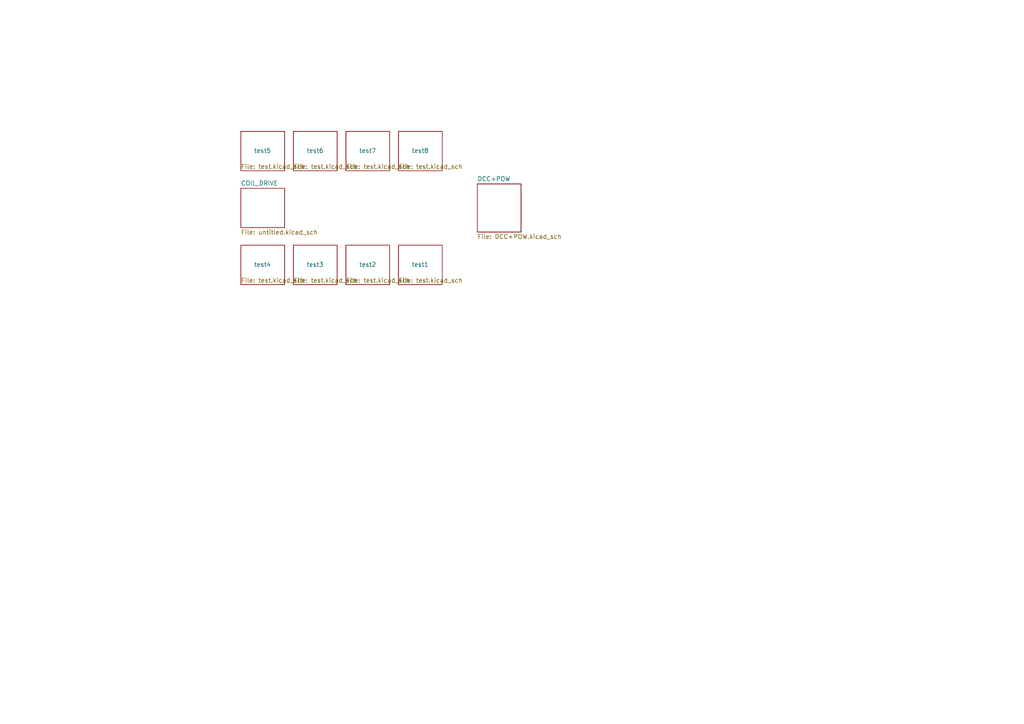
<source format=kicad_sch>
(kicad_sch
	(version 20231120)
	(generator "eeschema")
	(generator_version "8.0")
	(uuid "ca24ce27-0934-4c23-8a2c-87267cf5eb35")
	(paper "A4")
	(lib_symbols)
	(sheet
		(at 69.85 38.1)
		(size 12.7 11.43)
		(stroke
			(width 0.1524)
			(type solid)
		)
		(fill
			(color 0 0 0 0.0000)
		)
		(uuid "4347e54f-3b28-4c0d-ab6c-a6816361d987")
		(property "Sheetname" "test5"
			(at 73.66 44.45 0)
			(effects
				(font
					(size 1.27 1.27)
				)
				(justify left bottom)
			)
		)
		(property "Sheetfile" "test.kicad_sch"
			(at 69.85 47.5746 0)
			(effects
				(font
					(size 1.27 1.27)
				)
				(justify left top)
			)
		)
		(instances
			(project "OSSD_TEST_PCB"
				(path "/ca24ce27-0934-4c23-8a2c-87267cf5eb35"
					(page "6")
				)
			)
		)
	)
	(sheet
		(at 85.09 71.12)
		(size 12.7 11.43)
		(stroke
			(width 0.1524)
			(type solid)
		)
		(fill
			(color 0 0 0 0.0000)
		)
		(uuid "45e7bd94-2331-43d9-b82e-5c0ee70ed2bf")
		(property "Sheetname" "test3"
			(at 88.9 77.47 0)
			(effects
				(font
					(size 1.27 1.27)
				)
				(justify left bottom)
			)
		)
		(property "Sheetfile" "test.kicad_sch"
			(at 85.09 80.5946 0)
			(effects
				(font
					(size 1.27 1.27)
				)
				(justify left top)
			)
		)
		(instances
			(project "OSSD_TEST_PCB"
				(path "/ca24ce27-0934-4c23-8a2c-87267cf5eb35"
					(page "4")
				)
			)
		)
	)
	(sheet
		(at 115.57 38.1)
		(size 12.7 11.43)
		(stroke
			(width 0.1524)
			(type solid)
		)
		(fill
			(color 0 0 0 0.0000)
		)
		(uuid "59847247-728c-4296-839c-e5532d6130c8")
		(property "Sheetname" "test8"
			(at 119.38 44.45 0)
			(effects
				(font
					(size 1.27 1.27)
				)
				(justify left bottom)
			)
		)
		(property "Sheetfile" "test.kicad_sch"
			(at 115.57 47.5746 0)
			(effects
				(font
					(size 1.27 1.27)
				)
				(justify left top)
			)
		)
		(instances
			(project "OSSD_TEST_PCB"
				(path "/ca24ce27-0934-4c23-8a2c-87267cf5eb35"
					(page "9")
				)
			)
		)
	)
	(sheet
		(at 115.57 71.12)
		(size 12.7 11.43)
		(stroke
			(width 0.1524)
			(type solid)
		)
		(fill
			(color 0 0 0 0.0000)
		)
		(uuid "62674635-9d2b-4125-9ccc-e4d3d064c729")
		(property "Sheetname" "test1"
			(at 119.38 77.47 0)
			(effects
				(font
					(size 1.27 1.27)
				)
				(justify left bottom)
			)
		)
		(property "Sheetfile" "test.kicad_sch"
			(at 115.57 80.5946 0)
			(effects
				(font
					(size 1.27 1.27)
				)
				(justify left top)
			)
		)
		(instances
			(project "OSSD_TEST_PCB"
				(path "/ca24ce27-0934-4c23-8a2c-87267cf5eb35"
					(page "2")
				)
			)
		)
	)
	(sheet
		(at 69.85 71.12)
		(size 12.7 11.43)
		(stroke
			(width 0.1524)
			(type solid)
		)
		(fill
			(color 0 0 0 0.0000)
		)
		(uuid "645327e6-0b99-464e-94f4-24eb6443478c")
		(property "Sheetname" "test4"
			(at 73.66 77.47 0)
			(effects
				(font
					(size 1.27 1.27)
				)
				(justify left bottom)
			)
		)
		(property "Sheetfile" "test.kicad_sch"
			(at 69.85 80.5946 0)
			(effects
				(font
					(size 1.27 1.27)
				)
				(justify left top)
			)
		)
		(instances
			(project "OSSD_TEST_PCB"
				(path "/ca24ce27-0934-4c23-8a2c-87267cf5eb35"
					(page "5")
				)
			)
		)
	)
	(sheet
		(at 100.33 71.12)
		(size 12.7 11.43)
		(stroke
			(width 0.1524)
			(type solid)
		)
		(fill
			(color 0 0 0 0.0000)
		)
		(uuid "6c138858-67dd-4bf8-9749-a78af3380257")
		(property "Sheetname" "test2"
			(at 104.14 77.47 0)
			(effects
				(font
					(size 1.27 1.27)
				)
				(justify left bottom)
			)
		)
		(property "Sheetfile" "test.kicad_sch"
			(at 100.33 80.5946 0)
			(effects
				(font
					(size 1.27 1.27)
				)
				(justify left top)
			)
		)
		(instances
			(project "OSSD_TEST_PCB"
				(path "/ca24ce27-0934-4c23-8a2c-87267cf5eb35"
					(page "3")
				)
			)
		)
	)
	(sheet
		(at 138.43 53.34)
		(size 12.7 13.97)
		(fields_autoplaced yes)
		(stroke
			(width 0.1524)
			(type solid)
		)
		(fill
			(color 0 0 0 0.0000)
		)
		(uuid "723822c7-b847-43f9-92b2-97d8980d3def")
		(property "Sheetname" "DCC+POW"
			(at 138.43 52.6284 0)
			(effects
				(font
					(size 1.27 1.27)
				)
				(justify left bottom)
			)
		)
		(property "Sheetfile" "DCC+POW.kicad_sch"
			(at 138.43 67.8946 0)
			(effects
				(font
					(size 1.27 1.27)
				)
				(justify left top)
			)
		)
		(instances
			(project "OSSD_TEST_PCB"
				(path "/ca24ce27-0934-4c23-8a2c-87267cf5eb35"
					(page "10")
				)
			)
		)
	)
	(sheet
		(at 100.33 38.1)
		(size 12.7 11.43)
		(stroke
			(width 0.1524)
			(type solid)
		)
		(fill
			(color 0 0 0 0.0000)
		)
		(uuid "98c7661d-0c7c-458d-9ac3-e56b1cafdaaa")
		(property "Sheetname" "test7"
			(at 104.14 44.45 0)
			(effects
				(font
					(size 1.27 1.27)
				)
				(justify left bottom)
			)
		)
		(property "Sheetfile" "test.kicad_sch"
			(at 100.33 47.5746 0)
			(effects
				(font
					(size 1.27 1.27)
				)
				(justify left top)
			)
		)
		(instances
			(project "OSSD_TEST_PCB"
				(path "/ca24ce27-0934-4c23-8a2c-87267cf5eb35"
					(page "8")
				)
			)
		)
	)
	(sheet
		(at 69.85 54.61)
		(size 12.7 11.43)
		(fields_autoplaced yes)
		(stroke
			(width 0.1524)
			(type solid)
		)
		(fill
			(color 0 0 0 0.0000)
		)
		(uuid "aecec481-4bf5-499b-bc37-d7d960d7eb5f")
		(property "Sheetname" "COIL_DRIVE"
			(at 69.85 53.8984 0)
			(effects
				(font
					(size 1.27 1.27)
				)
				(justify left bottom)
			)
		)
		(property "Sheetfile" "untitled.kicad_sch"
			(at 69.85 66.6246 0)
			(effects
				(font
					(size 1.27 1.27)
				)
				(justify left top)
			)
		)
		(instances
			(project "OSSD_TEST_PCB"
				(path "/ca24ce27-0934-4c23-8a2c-87267cf5eb35"
					(page "11")
				)
			)
		)
	)
	(sheet
		(at 85.09 38.1)
		(size 12.7 11.43)
		(stroke
			(width 0.1524)
			(type solid)
		)
		(fill
			(color 0 0 0 0.0000)
		)
		(uuid "b9703aa4-97f2-4d88-9e5f-9cf4da693aae")
		(property "Sheetname" "test6"
			(at 88.9 44.45 0)
			(effects
				(font
					(size 1.27 1.27)
				)
				(justify left bottom)
			)
		)
		(property "Sheetfile" "test.kicad_sch"
			(at 85.09 47.5746 0)
			(effects
				(font
					(size 1.27 1.27)
				)
				(justify left top)
			)
		)
		(instances
			(project "OSSD_TEST_PCB"
				(path "/ca24ce27-0934-4c23-8a2c-87267cf5eb35"
					(page "7")
				)
			)
		)
	)
	(sheet_instances
		(path "/"
			(page "1")
		)
	)
)

</source>
